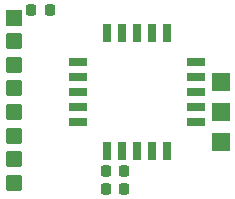
<source format=gbr>
%TF.GenerationSoftware,KiCad,Pcbnew,8.0.9-8.0.9-0~ubuntu22.04.1*%
%TF.CreationDate,2025-05-07T12:48:03+02:00*%
%TF.ProjectId,Adapter_EByte_E07_900MM10S_to_noname_green_RF_module_FUEL4EP,41646170-7465-4725-9f45-427974655f45,1.1*%
%TF.SameCoordinates,Original*%
%TF.FileFunction,Soldermask,Top*%
%TF.FilePolarity,Negative*%
%FSLAX46Y46*%
G04 Gerber Fmt 4.6, Leading zero omitted, Abs format (unit mm)*
G04 Created by KiCad (PCBNEW 8.0.9-8.0.9-0~ubuntu22.04.1) date 2025-05-07 12:48:03*
%MOMM*%
%LPD*%
G01*
G04 APERTURE LIST*
G04 Aperture macros list*
%AMRoundRect*
0 Rectangle with rounded corners*
0 $1 Rounding radius*
0 $2 $3 $4 $5 $6 $7 $8 $9 X,Y pos of 4 corners*
0 Add a 4 corners polygon primitive as box body*
4,1,4,$2,$3,$4,$5,$6,$7,$8,$9,$2,$3,0*
0 Add four circle primitives for the rounded corners*
1,1,$1+$1,$2,$3*
1,1,$1+$1,$4,$5*
1,1,$1+$1,$6,$7*
1,1,$1+$1,$8,$9*
0 Add four rect primitives between the rounded corners*
20,1,$1+$1,$2,$3,$4,$5,0*
20,1,$1+$1,$4,$5,$6,$7,0*
20,1,$1+$1,$6,$7,$8,$9,0*
20,1,$1+$1,$8,$9,$2,$3,0*%
G04 Aperture macros list end*
%ADD10R,1.400000X1.400000*%
%ADD11RoundRect,0.300000X-0.400000X-0.400000X0.400000X-0.400000X0.400000X0.400000X-0.400000X0.400000X0*%
%ADD12RoundRect,0.225000X-0.225000X-0.250000X0.225000X-0.250000X0.225000X0.250000X-0.225000X0.250000X0*%
%ADD13R,1.600000X1.600000*%
%ADD14RoundRect,0.218750X-0.218750X-0.256250X0.218750X-0.256250X0.218750X0.256250X-0.218750X0.256250X0*%
%ADD15R,0.800000X1.500000*%
%ADD16R,1.500000X0.800000*%
G04 APERTURE END LIST*
D10*
%TO.C,JC1*%
X800000Y15500000D03*
%TD*%
D11*
%TO.C,JC5*%
X800000Y7500000D03*
%TD*%
D12*
%TO.C,C2*%
X8610000Y2540000D03*
X10160000Y2540000D03*
%TD*%
D13*
%TO.C,JA1*%
X18300000Y4960000D03*
%TD*%
D14*
%TO.C,FB1*%
X2262500Y16100000D03*
X3837500Y16100000D03*
%TD*%
D11*
%TO.C,JC8*%
X800000Y1500000D03*
%TD*%
D13*
%TO.C,JA3*%
X18300000Y10040000D03*
%TD*%
%TO.C,JA2*%
X18300000Y7500000D03*
%TD*%
D11*
%TO.C,JC6*%
X800000Y5500000D03*
%TD*%
D12*
%TO.C,C1*%
X8610000Y1016000D03*
X10160000Y1016000D03*
%TD*%
D11*
%TO.C,JC3*%
X800000Y11500000D03*
%TD*%
%TO.C,JC2*%
X800000Y13500000D03*
%TD*%
D15*
%TO.C,Module1*%
X8683000Y14191000D03*
D16*
X16223000Y6651000D03*
D15*
X8683000Y4191000D03*
D16*
X6223000Y6651000D03*
D15*
X9953000Y14191000D03*
D16*
X16223000Y7921000D03*
D15*
X9953000Y4191000D03*
D16*
X6223000Y7921000D03*
D15*
X11223000Y14191000D03*
D16*
X16223000Y9191000D03*
D15*
X11223000Y4191000D03*
D16*
X6223000Y9191000D03*
D15*
X12493000Y14191000D03*
D16*
X16223000Y10461000D03*
D15*
X12493000Y4191000D03*
D16*
X6223000Y10461000D03*
D15*
X13763000Y14191000D03*
D16*
X16223000Y11731000D03*
D15*
X13763000Y4191000D03*
D16*
X6223000Y11731000D03*
%TD*%
D11*
%TO.C,JC4*%
X800000Y9500000D03*
%TD*%
%TO.C,JC7*%
X800000Y3500000D03*
%TD*%
M02*

</source>
